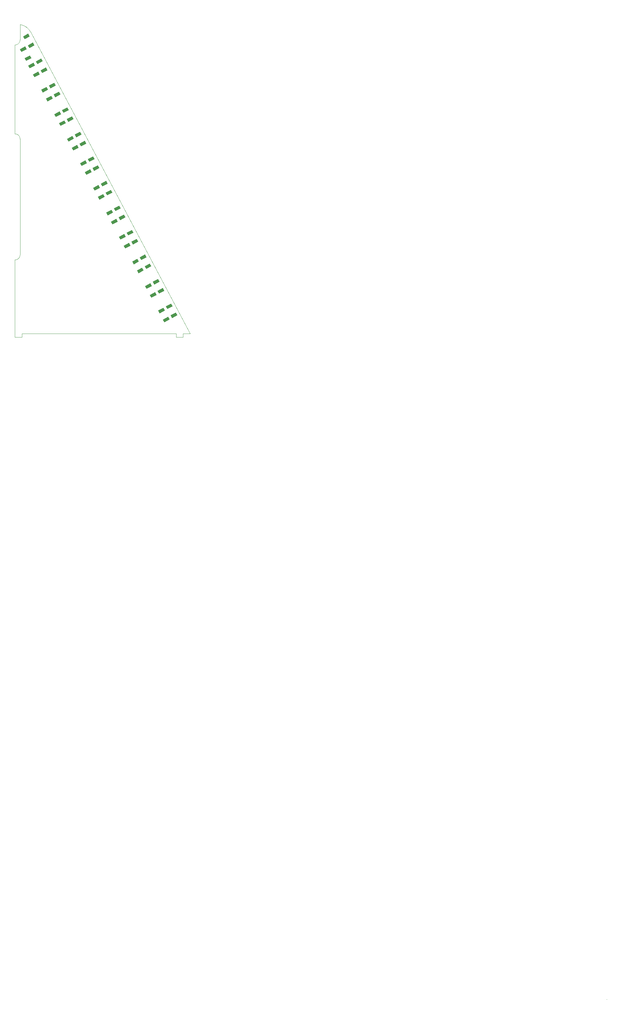
<source format=gbp>
%TF.GenerationSoftware,KiCad,Pcbnew,(5.1.6-0-10_14)*%
%TF.CreationDate,2020-10-15T13:56:33+02:00*%
%TF.ProjectId,nowae031,6e6f7761-6530-4333-912e-6b696361645f,0*%
%TF.SameCoordinates,Original*%
%TF.FileFunction,Paste,Bot*%
%TF.FilePolarity,Positive*%
%FSLAX46Y46*%
G04 Gerber Fmt 4.6, Leading zero omitted, Abs format (unit mm)*
G04 Created by KiCad (PCBNEW (5.1.6-0-10_14)) date 2020-10-15 13:56:33*
%MOMM*%
%LPD*%
G01*
G04 APERTURE LIST*
%TA.AperFunction,Profile*%
%ADD10C,0.050000*%
%TD*%
%TA.AperFunction,Profile*%
%ADD11C,0.200000*%
%TD*%
%ADD12C,0.100000*%
G04 APERTURE END LIST*
D10*
X101490000Y-45190000D02*
G75*
G02*
X99990000Y-46690000I-1500000J0D01*
G01*
X99990000Y-72000000D02*
G75*
G02*
X101490000Y-73500000I0J-1500000D01*
G01*
X99990000Y-72000000D02*
X99990000Y-46690000D01*
X100000000Y-130000000D02*
X100000000Y-108000000D01*
X101500000Y-106500000D02*
G75*
G02*
X100000000Y-108000000I-1500000J0D01*
G01*
X101490000Y-73500000D02*
X101500000Y-106500000D01*
X101499908Y-40830540D02*
X101490000Y-45190000D01*
X101499908Y-40830540D02*
G75*
G02*
X104449999Y-42900001I-709908J-4149460D01*
G01*
X104449243Y-42900000D02*
X150000000Y-129000000D01*
X148000000Y-129000000D02*
X150000000Y-129000000D01*
X148000000Y-130000000D02*
X148000000Y-129000000D01*
X146000000Y-130000000D02*
X148000000Y-130000000D01*
X146000000Y-129000000D02*
X146000000Y-130000000D01*
X102000000Y-129000000D02*
X146000000Y-129000000D01*
X102000000Y-130000000D02*
X102000000Y-129000000D01*
X100000000Y-130000000D02*
X102000000Y-130000000D01*
D11*
X268944859Y-318881889D02*
X268944859Y-318881889D01*
D12*
%TO.C,DL102*%
G36*
X102307498Y-44221450D02*
G01*
X103808509Y-43423349D01*
X104231034Y-44218002D01*
X102730023Y-45016103D01*
X102307498Y-44221450D01*
G37*
G36*
X103668966Y-46781998D02*
G01*
X105169977Y-45983897D01*
X105592502Y-46778550D01*
X104091491Y-47576651D01*
X103668966Y-46781998D01*
G37*
%TD*%
%TO.C,DL104*%
G36*
X106007498Y-51321450D02*
G01*
X107508509Y-50523349D01*
X107931034Y-51318002D01*
X106430023Y-52116103D01*
X106007498Y-51321450D01*
G37*
G36*
X107368966Y-53881998D02*
G01*
X108869977Y-53083897D01*
X109292502Y-53878550D01*
X107791491Y-54676651D01*
X107368966Y-53881998D01*
G37*
%TD*%
%TO.C,DL106*%
G36*
X109726764Y-58241176D02*
G01*
X111227775Y-57443075D01*
X111650300Y-58237728D01*
X110149289Y-59035829D01*
X109726764Y-58241176D01*
G37*
G36*
X111088232Y-60801724D02*
G01*
X112589243Y-60003623D01*
X113011768Y-60798276D01*
X111510757Y-61596377D01*
X111088232Y-60801724D01*
G37*
%TD*%
%TO.C,DL108*%
G36*
X113451761Y-65246450D02*
G01*
X114952772Y-64448349D01*
X115375297Y-65243002D01*
X113874286Y-66041103D01*
X113451761Y-65246450D01*
G37*
G36*
X114813229Y-67806998D02*
G01*
X116314240Y-67008897D01*
X116736765Y-67803550D01*
X115235754Y-68601651D01*
X114813229Y-67806998D01*
G37*
%TD*%
%TO.C,DL110*%
G36*
X117107498Y-72221450D02*
G01*
X118608509Y-71423349D01*
X119031034Y-72218002D01*
X117530023Y-73016103D01*
X117107498Y-72221450D01*
G37*
G36*
X118468966Y-74781998D02*
G01*
X119969977Y-73983897D01*
X120392502Y-74778550D01*
X118891491Y-75576651D01*
X118468966Y-74781998D01*
G37*
%TD*%
%TO.C,DL112*%
G36*
X120807498Y-79221450D02*
G01*
X122308509Y-78423349D01*
X122731034Y-79218002D01*
X121230023Y-80016103D01*
X120807498Y-79221450D01*
G37*
G36*
X122168966Y-81781998D02*
G01*
X123669977Y-80983897D01*
X124092502Y-81778550D01*
X122591491Y-82576651D01*
X122168966Y-81781998D01*
G37*
%TD*%
%TO.C,DL114*%
G36*
X124507498Y-86221450D02*
G01*
X126008509Y-85423349D01*
X126431034Y-86218002D01*
X124930023Y-87016103D01*
X124507498Y-86221450D01*
G37*
G36*
X125868966Y-88781998D02*
G01*
X127369977Y-87983897D01*
X127792502Y-88778550D01*
X126291491Y-89576651D01*
X125868966Y-88781998D01*
G37*
%TD*%
%TO.C,DL116*%
G36*
X128257498Y-93271450D02*
G01*
X129758509Y-92473349D01*
X130181034Y-93268002D01*
X128680023Y-94066103D01*
X128257498Y-93271450D01*
G37*
G36*
X129618966Y-95831998D02*
G01*
X131119977Y-95033897D01*
X131542502Y-95828550D01*
X130041491Y-96626651D01*
X129618966Y-95831998D01*
G37*
%TD*%
%TO.C,DL118*%
G36*
X131907498Y-100221450D02*
G01*
X133408509Y-99423349D01*
X133831034Y-100218002D01*
X132330023Y-101016103D01*
X131907498Y-100221450D01*
G37*
G36*
X133268966Y-102781998D02*
G01*
X134769977Y-101983897D01*
X135192502Y-102778550D01*
X133691491Y-103576651D01*
X133268966Y-102781998D01*
G37*
%TD*%
%TO.C,DL120*%
G36*
X135657498Y-107221450D02*
G01*
X137158509Y-106423349D01*
X137581034Y-107218002D01*
X136080023Y-108016103D01*
X135657498Y-107221450D01*
G37*
G36*
X137018966Y-109781998D02*
G01*
X138519977Y-108983897D01*
X138942502Y-109778550D01*
X137441491Y-110576651D01*
X137018966Y-109781998D01*
G37*
%TD*%
%TO.C,DL122*%
G36*
X139357498Y-114221450D02*
G01*
X140858509Y-113423349D01*
X141281034Y-114218002D01*
X139780023Y-115016103D01*
X139357498Y-114221450D01*
G37*
G36*
X140718966Y-116781998D02*
G01*
X142219977Y-115983897D01*
X142642502Y-116778550D01*
X141141491Y-117576651D01*
X140718966Y-116781998D01*
G37*
%TD*%
%TO.C,DL124*%
G36*
X143057498Y-121221450D02*
G01*
X144558509Y-120423349D01*
X144981034Y-121218002D01*
X143480023Y-122016103D01*
X143057498Y-121221450D01*
G37*
G36*
X144418966Y-123781998D02*
G01*
X145919977Y-122983897D01*
X146342502Y-123778550D01*
X144841491Y-124576651D01*
X144418966Y-123781998D01*
G37*
%TD*%
%TO.C,R102*%
G36*
X102768966Y-50431998D02*
G01*
X104269977Y-49633897D01*
X104692502Y-50428550D01*
X103191491Y-51226651D01*
X102768966Y-50431998D01*
G37*
G36*
X101407498Y-47871450D02*
G01*
X102908509Y-47073349D01*
X103331034Y-47868002D01*
X101830023Y-48666103D01*
X101407498Y-47871450D01*
G37*
%TD*%
%TO.C,R104*%
G36*
X105168966Y-55081998D02*
G01*
X106669977Y-54283897D01*
X107092502Y-55078550D01*
X105591491Y-55876651D01*
X105168966Y-55081998D01*
G37*
G36*
X103807498Y-52521450D02*
G01*
X105308509Y-51723349D01*
X105731034Y-52518002D01*
X104230023Y-53316103D01*
X103807498Y-52521450D01*
G37*
%TD*%
%TO.C,R106*%
G36*
X108868966Y-61981998D02*
G01*
X110369977Y-61183897D01*
X110792502Y-61978550D01*
X109291491Y-62776651D01*
X108868966Y-61981998D01*
G37*
G36*
X107507498Y-59421450D02*
G01*
X109008509Y-58623349D01*
X109431034Y-59418002D01*
X107930023Y-60216103D01*
X107507498Y-59421450D01*
G37*
%TD*%
%TO.C,R108*%
G36*
X112618966Y-68981998D02*
G01*
X114119977Y-68183897D01*
X114542502Y-68978550D01*
X113041491Y-69776651D01*
X112618966Y-68981998D01*
G37*
G36*
X111257498Y-66421450D02*
G01*
X112758509Y-65623349D01*
X113181034Y-66418002D01*
X111680023Y-67216103D01*
X111257498Y-66421450D01*
G37*
%TD*%
%TO.C,R110*%
G36*
X116268966Y-75981998D02*
G01*
X117769977Y-75183897D01*
X118192502Y-75978550D01*
X116691491Y-76776651D01*
X116268966Y-75981998D01*
G37*
G36*
X114907498Y-73421450D02*
G01*
X116408509Y-72623349D01*
X116831034Y-73418002D01*
X115330023Y-74216103D01*
X114907498Y-73421450D01*
G37*
%TD*%
%TO.C,R112*%
G36*
X119968966Y-82931998D02*
G01*
X121469977Y-82133897D01*
X121892502Y-82928550D01*
X120391491Y-83726651D01*
X119968966Y-82931998D01*
G37*
G36*
X118607498Y-80371450D02*
G01*
X120108509Y-79573349D01*
X120531034Y-80368002D01*
X119030023Y-81166103D01*
X118607498Y-80371450D01*
G37*
%TD*%
%TO.C,R114*%
G36*
X123668966Y-89981998D02*
G01*
X125169977Y-89183897D01*
X125592502Y-89978550D01*
X124091491Y-90776651D01*
X123668966Y-89981998D01*
G37*
G36*
X122307498Y-87421450D02*
G01*
X123808509Y-86623349D01*
X124231034Y-87418002D01*
X122730023Y-88216103D01*
X122307498Y-87421450D01*
G37*
%TD*%
%TO.C,R116*%
G36*
X127424703Y-97056998D02*
G01*
X128925714Y-96258897D01*
X129348239Y-97053550D01*
X127847228Y-97851651D01*
X127424703Y-97056998D01*
G37*
G36*
X126063235Y-94496450D02*
G01*
X127564246Y-93698349D01*
X127986771Y-94493002D01*
X126485760Y-95291103D01*
X126063235Y-94496450D01*
G37*
%TD*%
%TO.C,R118*%
G36*
X131068966Y-103931998D02*
G01*
X132569977Y-103133897D01*
X132992502Y-103928550D01*
X131491491Y-104726651D01*
X131068966Y-103931998D01*
G37*
G36*
X129707498Y-101371450D02*
G01*
X131208509Y-100573349D01*
X131631034Y-101368002D01*
X130130023Y-102166103D01*
X129707498Y-101371450D01*
G37*
%TD*%
%TO.C,R120*%
G36*
X134824703Y-111006998D02*
G01*
X136325714Y-110208897D01*
X136748239Y-111003550D01*
X135247228Y-111801651D01*
X134824703Y-111006998D01*
G37*
G36*
X133463235Y-108446450D02*
G01*
X134964246Y-107648349D01*
X135386771Y-108443002D01*
X133885760Y-109241103D01*
X133463235Y-108446450D01*
G37*
%TD*%
%TO.C,R122*%
G36*
X138518966Y-117981998D02*
G01*
X140019977Y-117183897D01*
X140442502Y-117978550D01*
X138941491Y-118776651D01*
X138518966Y-117981998D01*
G37*
G36*
X137157498Y-115421450D02*
G01*
X138658509Y-114623349D01*
X139081034Y-115418002D01*
X137580023Y-116216103D01*
X137157498Y-115421450D01*
G37*
%TD*%
%TO.C,R124*%
G36*
X142218966Y-124981998D02*
G01*
X143719977Y-124183897D01*
X144142502Y-124978550D01*
X142641491Y-125776651D01*
X142218966Y-124981998D01*
G37*
G36*
X140857498Y-122421450D02*
G01*
X142358509Y-121623349D01*
X142781034Y-122418002D01*
X141280023Y-123216103D01*
X140857498Y-122421450D01*
G37*
%TD*%
M02*

</source>
